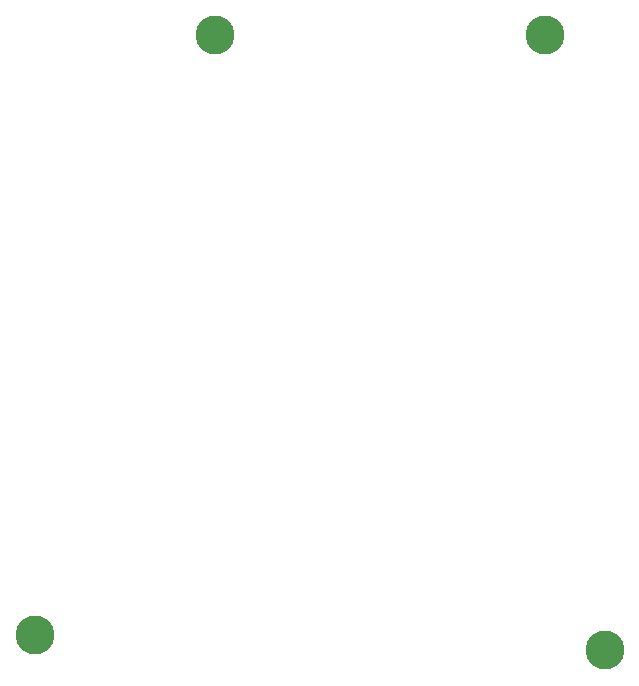
<source format=gbr>
%TF.GenerationSoftware,Altium Limited,Altium Designer,24.6.1 (21)*%
G04 Layer_Color=0*
%FSLAX45Y45*%
%MOMM*%
%TF.SameCoordinates,00C5B58C-7B9D-40F4-BCB4-C120E55E61B4*%
%TF.FilePolarity,Positive*%
%TF.FileFunction,NonPlated,1,2,NPTH,Drill*%
%TF.Part,Single*%
G01*
G75*
%TA.AperFunction,ComponentDrill*%
%ADD43C,3.30000*%
D43*
X5562600Y7937500D02*
D03*
X8356600D02*
D03*
X4038600Y2857500D02*
D03*
X8864600Y2730500D02*
D03*
%TF.MD5,88be71dff86045c14b7e91bc12c7fb93*%
M02*

</source>
